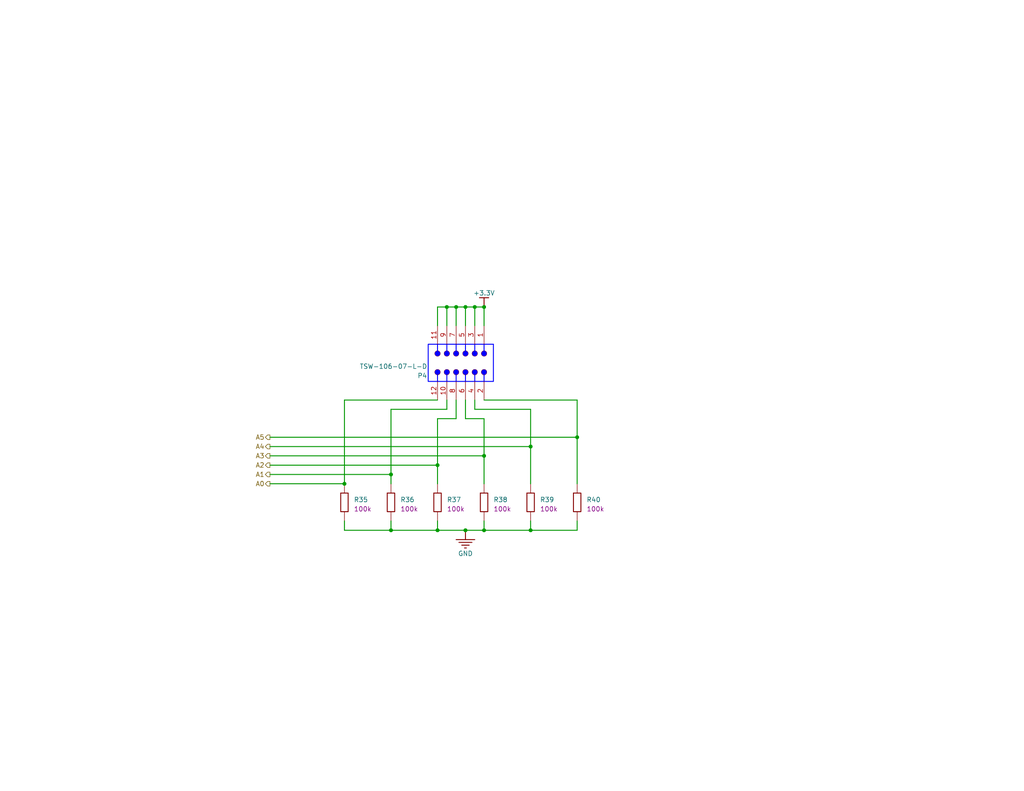
<source format=kicad_sch>
(kicad_sch (version 20230121) (generator eeschema)
  (paper "A")
  (lib_symbols
    (symbol "Battery with Active BMS-altium-import:+3.3V" (power)
      (property "Reference" "#PWR" (at 0 0 0))
      (property "Value" "+3.3V" (at 0 3.81 0))
      (symbol "+3.3V_0_0"
        (polyline (pts (xy -1.27 -2.54) (xy 1.27 -2.54)) (stroke (width 0.254)))
        (polyline (pts (xy 0 0) (xy 0 -2.54)) (stroke (width 0.254)))
        (pin power_in line (at 0 0 0) (length 0) hide (name "+3.3V") (number ""))
      )
    )
    (symbol "Battery with Active BMS-altium-import:GND" (power)
      (property "Reference" "#PWR" (at 0 0 0))
      (property "Value" "GND" (at 0 6.35 0))
      (symbol "GND_0_0"
        (polyline (pts (xy -2.54 -2.54) (xy 2.54 -2.54)) (stroke (width 0.254)))
        (polyline (pts (xy -1.778 -3.302) (xy 1.778 -3.302)) (stroke (width 0.254)))
        (polyline (pts (xy -1.016 -4.064) (xy 1.016 -4.064)) (stroke (width 0.254)))
        (polyline (pts (xy -0.254 -4.826) (xy 0.254 -4.826)) (stroke (width 0.254)))
        (polyline (pts (xy 0 0) (xy 0 -2.54)) (stroke (width 0.254)))
        (pin power_in line (at 0 0 0) (length 0) hide (name "GND") (number ""))
      )
    )
    (symbol "Battery with Active BMS-altium-import:ThermistorLayout_0_SMTC-TSW-106-07-X-D"
      (symbol "ThermistorLayout_0_SMTC-TSW-106-07-X-D_1_0"
        (polyline (pts (xy 2.54 -10.16) (xy 2.54 -8.382)) (stroke (width 0.254) (color 0 0 255 1)))
        (polyline (pts (xy 2.54 0) (xy 2.54 -1.778)) (stroke (width 0.254) (color 0 0 255 1)))
        (polyline (pts (xy 5.08 -10.16) (xy 5.08 -8.382)) (stroke (width 0.254) (color 0 0 255 1)))
        (polyline (pts (xy 5.08 0) (xy 5.08 -1.778)) (stroke (width 0.254) (color 0 0 255 1)))
        (polyline (pts (xy 7.62 -10.16) (xy 7.62 -8.382)) (stroke (width 0.254) (color 0 0 255 1)))
        (polyline (pts (xy 7.62 0) (xy 7.62 -1.778)) (stroke (width 0.254) (color 0 0 255 1)))
        (polyline (pts (xy 10.16 -10.16) (xy 10.16 -8.382)) (stroke (width 0.254) (color 0 0 255 1)))
        (polyline (pts (xy 10.16 0) (xy 10.16 -1.778)) (stroke (width 0.254) (color 0 0 255 1)))
        (polyline (pts (xy 12.7 -10.16) (xy 12.7 -8.382)) (stroke (width 0.254) (color 0 0 255 1)))
        (polyline (pts (xy 12.7 0) (xy 12.7 -1.778)) (stroke (width 0.254) (color 0 0 255 1)))
        (polyline (pts (xy 15.24 -10.16) (xy 15.24 -8.382)) (stroke (width 0.254) (color 0 0 255 1)))
        (polyline (pts (xy 15.24 0) (xy 15.24 -1.778)) (stroke (width 0.254) (color 0 0 255 1)))
        (polyline (pts (xy 0 -10.16) (xy 0 0) (xy 17.78 0) (xy 17.78 -10.16) (xy 0 -10.16)) (stroke (width 0.254) (color 0 0 255 1)))
        (circle (center 2.54 -7.62) (radius 0.762) (stroke (width 0.0001)) (fill (type color) (color 0 0 255 1)))
        (circle (center 2.54 -2.54) (radius 0.762) (stroke (width 0.0001)) (fill (type color) (color 0 0 255 1)))
        (circle (center 5.08 -7.62) (radius 0.762) (stroke (width 0.0001)) (fill (type color) (color 0 0 255 1)))
        (circle (center 5.08 -2.54) (radius 0.762) (stroke (width 0.0001)) (fill (type color) (color 0 0 255 1)))
        (circle (center 7.62 -7.62) (radius 0.762) (stroke (width 0.0001)) (fill (type color) (color 0 0 255 1)))
        (circle (center 7.62 -2.54) (radius 0.762) (stroke (width 0.0001)) (fill (type color) (color 0 0 255 1)))
        (circle (center 10.16 -7.62) (radius 0.762) (stroke (width 0.0001)) (fill (type color) (color 0 0 255 1)))
        (circle (center 10.16 -2.54) (radius 0.762) (stroke (width 0.0001)) (fill (type color) (color 0 0 255 1)))
        (circle (center 12.7 -7.62) (radius 0.762) (stroke (width 0.0001)) (fill (type color) (color 0 0 255 1)))
        (circle (center 12.7 -2.54) (radius 0.762) (stroke (width 0.0001)) (fill (type color) (color 0 0 255 1)))
        (circle (center 15.24 -7.62) (radius 0.762) (stroke (width 0.0001)) (fill (type color) (color 0 0 255 1)))
        (circle (center 15.24 -2.54) (radius 0.762) (stroke (width 0.0001)) (fill (type color) (color 0 0 255 1)))
        (pin passive line (at 2.54 -15.24 90) (length 5.08) (name "1") (number "1"))
        (pin passive line (at 12.7 5.08 270) (length 5.08) (name "10") (number "10"))
        (pin passive line (at 15.24 -15.24 90) (length 5.08) (name "11") (number "11"))
        (pin passive line (at 15.24 5.08 270) (length 5.08) (name "12") (number "12"))
        (pin passive line (at 2.54 5.08 270) (length 5.08) (name "2") (number "2"))
        (pin passive line (at 5.08 -15.24 90) (length 5.08) (name "3") (number "3"))
        (pin passive line (at 5.08 5.08 270) (length 5.08) (name "4") (number "4"))
        (pin passive line (at 7.62 -15.24 90) (length 5.08) (name "5") (number "5"))
        (pin passive line (at 7.62 5.08 270) (length 5.08) (name "6") (number "6"))
        (pin passive line (at 10.16 -15.24 90) (length 5.08) (name "7") (number "7"))
        (pin passive line (at 10.16 5.08 270) (length 5.08) (name "8") (number "8"))
        (pin passive line (at 12.7 -15.24 90) (length 5.08) (name "9") (number "9"))
      )
    )
    (symbol "Battery with Active BMS-altium-import:ThermistorLayout_1_Res2"
      (symbol "ThermistorLayout_1_Res2_1_0"
        (rectangle (start 3.556 5.08) (end 1.524 0) (stroke (width 0.254)))
        (pin passive line (at 2.54 -2.54 90) (length 2.54) (name "1") (number "1"))
        (pin passive line (at 2.54 7.62 270) (length 2.54) (name "2") (number "2"))
      )
    )
  )
  (junction (at 132.08 124.46))
  (junction (at 124.46 83.82))
  (junction (at 106.68 144.78))
  (junction (at 129.54 83.82))
  (junction (at 127 83.82))
  (junction (at 106.68 129.54))
  (junction (at 121.92 83.82))
  (junction (at 144.78 144.78))
  (junction (at 93.98 132.08))
  (junction (at 132.08 144.78))
  (junction (at 119.38 127))
  (junction (at 119.38 144.78))
  (junction (at 127 144.78))
  (junction (at 144.78 121.92))
  (junction (at 132.08 83.82))
  (junction (at 157.48 119.38))
  (wire (pts (xy 106.68 111.76) (xy 121.92 111.76)) (stroke (width 0.254)))
  (wire (pts (xy 121.92 88.9) (xy 121.92 83.82)) (stroke (width 0.254)))
  (wire (pts (xy 106.68 144.78) (xy 119.38 144.78)) (stroke (width 0.254)))
  (wire (pts (xy 127 83.82) (xy 129.54 83.82)) (stroke (width 0.254)))
  (wire (pts (xy 132.08 124.46) (xy 132.08 114.3)) (stroke (width 0.254)))
  (wire (pts (xy 73.66 124.46) (xy 132.08 124.46)) (stroke (width 0.254)))
  (wire (pts (xy 127 144.78) (xy 132.08 144.78)) (stroke (width 0.254)))
  (wire (pts (xy 132.08 132.08) (xy 132.08 124.46)) (stroke (width 0.254)))
  (wire (pts (xy 119.38 88.9) (xy 119.38 83.82)) (stroke (width 0.254)))
  (wire (pts (xy 144.78 111.76) (xy 144.78 121.92)) (stroke (width 0.254)))
  (wire (pts (xy 119.38 144.78) (xy 127 144.78)) (stroke (width 0.254)))
  (wire (pts (xy 121.92 83.82) (xy 124.46 83.82)) (stroke (width 0.254)))
  (wire (pts (xy 119.38 114.3) (xy 124.46 114.3)) (stroke (width 0.254)))
  (wire (pts (xy 119.38 83.82) (xy 121.92 83.82)) (stroke (width 0.254)))
  (wire (pts (xy 106.68 129.54) (xy 106.68 111.76)) (stroke (width 0.254)))
  (wire (pts (xy 129.54 111.76) (xy 144.78 111.76)) (stroke (width 0.254)))
  (wire (pts (xy 106.68 129.54) (xy 106.68 132.08)) (stroke (width 0.254)))
  (wire (pts (xy 144.78 142.24) (xy 144.78 144.78)) (stroke (width 0.254)))
  (wire (pts (xy 119.38 132.08) (xy 119.38 127)) (stroke (width 0.254)))
  (wire (pts (xy 132.08 114.3) (xy 127 114.3)) (stroke (width 0.254)))
  (wire (pts (xy 124.46 83.82) (xy 124.46 88.9)) (stroke (width 0.254)))
  (wire (pts (xy 127 88.9) (xy 127 83.82)) (stroke (width 0.254)))
  (wire (pts (xy 132.08 142.24) (xy 132.08 144.78)) (stroke (width 0.254)))
  (wire (pts (xy 121.92 111.76) (xy 121.92 109.22)) (stroke (width 0.254)))
  (wire (pts (xy 144.78 144.78) (xy 157.48 144.78)) (stroke (width 0.254)))
  (wire (pts (xy 93.98 142.24) (xy 93.98 144.78)) (stroke (width 0.254)))
  (wire (pts (xy 93.98 132.08) (xy 93.98 109.22)) (stroke (width 0.254)))
  (wire (pts (xy 157.48 144.78) (xy 157.48 142.24)) (stroke (width 0.254)))
  (wire (pts (xy 119.38 142.24) (xy 119.38 144.78)) (stroke (width 0.254)))
  (wire (pts (xy 157.48 132.08) (xy 157.48 119.38)) (stroke (width 0.254)))
  (wire (pts (xy 93.98 144.78) (xy 106.68 144.78)) (stroke (width 0.254)))
  (wire (pts (xy 106.68 142.24) (xy 106.68 144.78)) (stroke (width 0.254)))
  (wire (pts (xy 129.54 109.22) (xy 129.54 111.76)) (stroke (width 0.254)))
  (wire (pts (xy 119.38 127) (xy 119.38 114.3)) (stroke (width 0.254)))
  (wire (pts (xy 157.48 119.38) (xy 157.48 109.22)) (stroke (width 0.254)))
  (wire (pts (xy 129.54 83.82) (xy 132.08 83.82)) (stroke (width 0.254)))
  (wire (pts (xy 124.46 83.82) (xy 127 83.82)) (stroke (width 0.254)))
  (wire (pts (xy 73.66 119.38) (xy 157.48 119.38)) (stroke (width 0.254)))
  (wire (pts (xy 132.08 144.78) (xy 144.78 144.78)) (stroke (width 0.254)))
  (wire (pts (xy 127 114.3) (xy 127 109.22)) (stroke (width 0.254)))
  (wire (pts (xy 73.66 129.54) (xy 106.68 129.54)) (stroke (width 0.254)))
  (wire (pts (xy 124.46 114.3) (xy 124.46 109.22)) (stroke (width 0.254)))
  (wire (pts (xy 93.98 132.08) (xy 73.66 132.08)) (stroke (width 0.254)))
  (wire (pts (xy 144.78 121.92) (xy 144.78 132.08)) (stroke (width 0.254)))
  (wire (pts (xy 93.98 109.22) (xy 119.38 109.22)) (stroke (width 0.254)))
  (wire (pts (xy 157.48 109.22) (xy 132.08 109.22)) (stroke (width 0.254)))
  (wire (pts (xy 132.08 83.82) (xy 132.08 88.9)) (stroke (width 0.254)))
  (wire (pts (xy 129.54 83.82) (xy 129.54 88.9)) (stroke (width 0.254)))
  (wire (pts (xy 144.78 121.92) (xy 73.66 121.92)) (stroke (width 0.254)))
  (wire (pts (xy 119.38 127) (xy 73.66 127)) (stroke (width 0.254)))
  (hierarchical_label "A2" (shape output) (at 73.66 127 180))
  (hierarchical_label "A1" (shape output) (at 73.66 129.54 180))
  (hierarchical_label "A4" (shape output) (at 73.66 121.92 180))
  (hierarchical_label "A3" (shape output) (at 73.66 124.46 180))
  (hierarchical_label "A5" (shape output) (at 73.66 119.38 180))
  (hierarchical_label "A0" (shape output) (at 73.66 132.08 180))
  (symbol (lib_id "Battery with Active BMS-altium-import:ThermistorLayout_1_Res2") (at 91.44 139.7 0) (unit 1)
    (property "Reference" "R35" (at 96.52 137.16 0) (effects (justify left bottom)))
    (property "Value" "Res2" (effects hide))
    (property "Footprint" "Resistor_SMD:R_0805_2012Metric_Pad1.20x1.40mm_HandSolder" (effects hide))
    (property "PUBLISHED" "8-Jun-2000" (effects hide))
    (property "LATESTREVISIONDATE" "17-Jul-2002" (effects hide))
    (property "LATESTREVISIONNOTE" "Re-released for DXP Platform." (effects hide))
    (property "PACKAGEREFERENCE" "AXIAL-0.4" (effects hide))
    (property "PUBLISHER" "Altium Limited" (effects hide))
    (property "PACKAGEDESCRIPTION" "Axial Device, Thru-Hole; 2 Leads; 0.4 in Pin Spacing" (effects hide))
    (property "ALTIUM_VALUE" "100k" (at 96.52 139.7 0) (effects (justify left bottom)))
  )
  (symbol (lib_id "Battery with Active BMS-altium-import:ThermistorLayout_1_Res2") (at 154.94 139.7 0) (unit 1)
    (property "Reference" "R40" (at 160.02 137.16 0) (effects (justify left bottom)))
    (property "Value" "Res2" (effects hide))
    (property "Footprint" "Resistor_SMD:R_0805_2012Metric_Pad1.20x1.40mm_HandSolder" (effects hide))
    (property "PUBLISHED" "8-Jun-2000" (effects hide))
    (property "LATESTREVISIONDATE" "17-Jul-2002" (effects hide))
    (property "LATESTREVISIONNOTE" "Re-released for DXP Platform." (effects hide))
    (property "PACKAGEREFERENCE" "AXIAL-0.4" (effects hide))
    (property "PUBLISHER" "Altium Limited" (effects hide))
    (property "PACKAGEDESCRIPTION" "Axial Device, Thru-Hole; 2 Leads; 0.4 in Pin Spacing" (effects hide))
    (property "ALTIUM_VALUE" "100k" (at 160.02 139.7 0) (effects (justify left bottom)))
  )
  (symbol (lib_id "Battery with Active BMS-altium-import:ThermistorLayout_0_SMTC-TSW-106-07-X-D") (at 134.62 104.14 180) (unit 1)
    (property "Reference" "P4" (at 116.586 101.854 0) (effects (justify left bottom)))
    (property "Value" "TSW-106-07-L-D" (at 116.586 99.314 0) (effects (justify left bottom)))
    (property "Footprint" "Connector_PinHeader_2.54mm:PinHeader_2x06_P2.54mm_Vertical" (effects hide))
    (property "COMPONENTLINK2DESCRIPTION" "Datasheet" (effects hide))
    (property "COMPONENTLINK1URL" "http://www.samtec.com" (effects hide))
    (property "DATASHEETVERSION" "F-214" (effects hide))
    (property "ROHS" "True" (effects hide))
    (property "COMPONENTLINK3URL" "http://www.samtec.com/documents/webfiles/cpdf/TSW-XXX-XX-XXX-X-XX-XXX-MKT.pdf" (effects hide))
    (property "COMPONENTLINK1DESCRIPTION" "Manufacturer URL" (effects hide))
    (property "PACKAGEVERSION" "DM, 8/1988" (effects hide))
    (property "PITCH" "2.54 mm" (effects hide))
    (property "MOUNTING TECHNOLOGY" "Through-hole" (effects hide))
    (property "PARTNUMBER" "TSW-106-07-L-D" (effects hide))
    (property "TEMPERATURE RANGE" "-55 to 125 degC" (effects hide))
    (property "MANUFACTURER" "Samtec" (effects hide))
    (property "COMPONENTLINK3DESCRIPTION" "Package Specification" (effects hide))
    (property "ORIENTATION" "Vertical" (effects hide))
    (property "PACKAGEDESCRIPTION" ".025[0.64] SQ. Post Terminal Strip Assembly" (effects hide))
    (property "PACKAGEREFERENCE" "TSW-106-07-X-D" (effects hide))
    (property "COMPONENTLINK2URL" "http://www.samtec.com/documents/webfiles/pdf/TSW_TH.PDF" (effects hide))
  )
  (symbol (lib_id "Battery with Active BMS-altium-import:GND") (at 127 144.78 0) (unit 1)
    (property "Reference" "#PWR0116" (effects hide))
    (property "Value" "GND" (at 127 151.13 0))
  )
  (symbol (lib_id "Battery with Active BMS-altium-import:ThermistorLayout_1_Res2") (at 142.24 139.7 0) (unit 1)
    (property "Reference" "R39" (at 147.32 137.16 0) (effects (justify left bottom)))
    (property "Value" "Res2" (effects hide))
    (property "Footprint" "Resistor_SMD:R_0805_2012Metric_Pad1.20x1.40mm_HandSolder" (effects hide))
    (property "PUBLISHED" "8-Jun-2000" (effects hide))
    (property "LATESTREVISIONDATE" "17-Jul-2002" (effects hide))
    (property "LATESTREVISIONNOTE" "Re-released for DXP Platform." (effects hide))
    (property "PACKAGEREFERENCE" "AXIAL-0.4" (effects hide))
    (property "PUBLISHER" "Altium Limited" (effects hide))
    (property "PACKAGEDESCRIPTION" "Axial Device, Thru-Hole; 2 Leads; 0.4 in Pin Spacing" (effects hide))
    (property "ALTIUM_VALUE" "100k" (at 147.32 139.7 0) (effects (justify left bottom)))
  )
  (symbol (lib_id "Battery with Active BMS-altium-import:ThermistorLayout_1_Res2") (at 116.84 139.7 0) (unit 1)
    (property "Reference" "R37" (at 121.92 137.16 0) (effects (justify left bottom)))
    (property "Value" "Res2" (effects hide))
    (property "Footprint" "Resistor_SMD:R_0805_2012Metric_Pad1.20x1.40mm_HandSolder" (effects hide))
    (property "PUBLISHED" "8-Jun-2000" (effects hide))
    (property "LATESTREVISIONDATE" "17-Jul-2002" (effects hide))
    (property "LATESTREVISIONNOTE" "Re-released for DXP Platform." (effects hide))
    (property "PACKAGEREFERENCE" "AXIAL-0.4" (effects hide))
    (property "PUBLISHER" "Altium Limited" (effects hide))
    (property "PACKAGEDESCRIPTION" "Axial Device, Thru-Hole; 2 Leads; 0.4 in Pin Spacing" (effects hide))
    (property "ALTIUM_VALUE" "100k" (at 121.92 139.7 0) (effects (justify left bottom)))
  )
  (symbol (lib_id "Battery with Active BMS-altium-import:+3.3V") (at 132.08 83.82 180) (unit 1)
    (property "Reference" "#PWR0115" (effects hide))
    (property "Value" "+3.3V" (at 132.08 80.01 0))
  )
  (symbol (lib_id "Battery with Active BMS-altium-import:ThermistorLayout_1_Res2") (at 104.14 139.7 0) (unit 1)
    (property "Reference" "R36" (at 109.22 137.16 0) (effects (justify left bottom)))
    (property "Value" "Res2" (effects hide))
    (property "Footprint" "Resistor_SMD:R_0805_2012Metric_Pad1.20x1.40mm_HandSolder" (effects hide))
    (property "PUBLISHED" "8-Jun-2000" (effects hide))
    (property "LATESTREVISIONDATE" "17-Jul-2002" (effects hide))
    (property "LATESTREVISIONNOTE" "Re-released for DXP Platform." (effects hide))
    (property "PACKAGEREFERENCE" "AXIAL-0.4" (effects hide))
    (property "PUBLISHER" "Altium Limited" (effects hide))
    (property "PACKAGEDESCRIPTION" "Axial Device, Thru-Hole; 2 Leads; 0.4 in Pin Spacing" (effects hide))
    (property "ALTIUM_VALUE" "100k" (at 109.22 139.7 0) (effects (justify left bottom)))
  )
  (symbol (lib_id "Battery with Active BMS-altium-import:ThermistorLayout_1_Res2") (at 129.54 139.7 0) (unit 1)
    (property "Reference" "R38" (at 134.62 137.16 0) (effects (justify left bottom)))
    (property "Value" "Res2" (effects hide))
    (property "Footprint" "Resistor_SMD:R_0805_2012Metric_Pad1.20x1.40mm_HandSolder" (effects hide))
    (property "PUBLISHED" "8-Jun-2000" (effects hide))
    (property "LATESTREVISIONDATE" "17-Jul-2002" (effects hide))
    (property "LATESTREVISIONNOTE" "Re-released for DXP Platform." (effects hide))
    (property "PACKAGEREFERENCE" "AXIAL-0.4" (effects hide))
    (property "PUBLISHER" "Altium Limited" (effects hide))
    (property "PACKAGEDESCRIPTION" "Axial Device, Thru-Hole; 2 Leads; 0.4 in Pin Spacing" (effects hide))
    (property "ALTIUM_VALUE" "100k" (at 134.62 139.7 0) (effects (justify left bottom)))
  )
)
</source>
